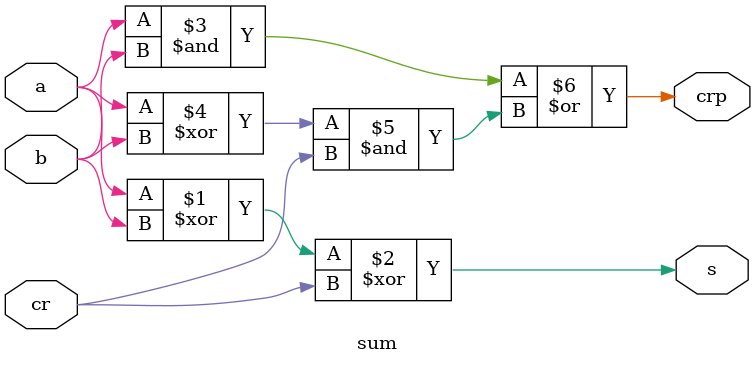
<source format=v>
module sum (
	input  wire a,b,cr,
	output wire s,crp
);

assign s=(a^b)^cr;
assign crp=(a&b) | ((a^b)&cr);

endmodule
</source>
